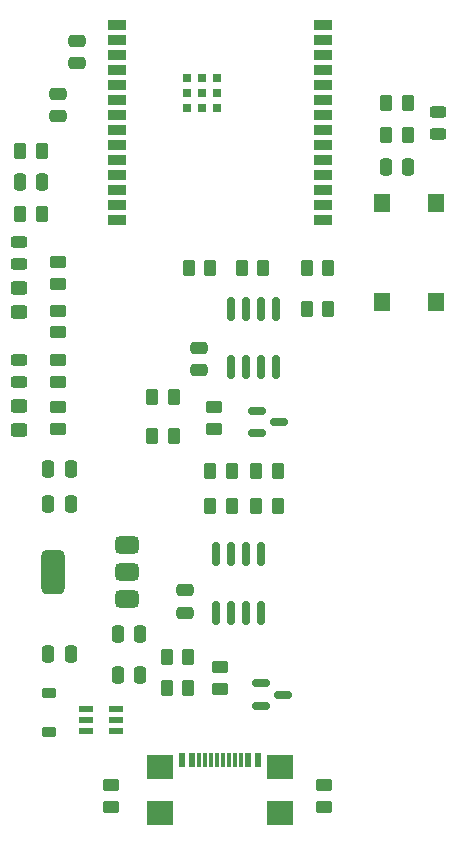
<source format=gtp>
%TF.GenerationSoftware,KiCad,Pcbnew,9.0.4*%
%TF.CreationDate,2025-10-04T23:27:53+02:00*%
%TF.ProjectId,zVMC_PCB,7a564d43-5f50-4434-922e-6b696361645f,rev?*%
%TF.SameCoordinates,Original*%
%TF.FileFunction,Paste,Top*%
%TF.FilePolarity,Positive*%
%FSLAX46Y46*%
G04 Gerber Fmt 4.6, Leading zero omitted, Abs format (unit mm)*
G04 Created by KiCad (PCBNEW 9.0.4) date 2025-10-04 23:27:53*
%MOMM*%
%LPD*%
G01*
G04 APERTURE LIST*
G04 Aperture macros list*
%AMRoundRect*
0 Rectangle with rounded corners*
0 $1 Rounding radius*
0 $2 $3 $4 $5 $6 $7 $8 $9 X,Y pos of 4 corners*
0 Add a 4 corners polygon primitive as box body*
4,1,4,$2,$3,$4,$5,$6,$7,$8,$9,$2,$3,0*
0 Add four circle primitives for the rounded corners*
1,1,$1+$1,$2,$3*
1,1,$1+$1,$4,$5*
1,1,$1+$1,$6,$7*
1,1,$1+$1,$8,$9*
0 Add four rect primitives between the rounded corners*
20,1,$1+$1,$2,$3,$4,$5,0*
20,1,$1+$1,$4,$5,$6,$7,0*
20,1,$1+$1,$6,$7,$8,$9,0*
20,1,$1+$1,$8,$9,$2,$3,0*%
G04 Aperture macros list end*
%ADD10RoundRect,0.250000X-0.250000X-0.475000X0.250000X-0.475000X0.250000X0.475000X-0.250000X0.475000X0*%
%ADD11RoundRect,0.250000X-0.262500X-0.450000X0.262500X-0.450000X0.262500X0.450000X-0.262500X0.450000X0*%
%ADD12RoundRect,0.250000X0.262500X0.450000X-0.262500X0.450000X-0.262500X-0.450000X0.262500X-0.450000X0*%
%ADD13RoundRect,0.243750X0.456250X-0.243750X0.456250X0.243750X-0.456250X0.243750X-0.456250X-0.243750X0*%
%ADD14R,1.400000X1.600000*%
%ADD15RoundRect,0.150000X-0.150000X0.825000X-0.150000X-0.825000X0.150000X-0.825000X0.150000X0.825000X0*%
%ADD16RoundRect,0.250000X0.250000X0.475000X-0.250000X0.475000X-0.250000X-0.475000X0.250000X-0.475000X0*%
%ADD17RoundRect,0.250000X-0.475000X0.250000X-0.475000X-0.250000X0.475000X-0.250000X0.475000X0.250000X0*%
%ADD18RoundRect,0.150000X-0.587500X-0.150000X0.587500X-0.150000X0.587500X0.150000X-0.587500X0.150000X0*%
%ADD19RoundRect,0.250000X0.450000X-0.325000X0.450000X0.325000X-0.450000X0.325000X-0.450000X-0.325000X0*%
%ADD20RoundRect,0.250000X0.450000X-0.262500X0.450000X0.262500X-0.450000X0.262500X-0.450000X-0.262500X0*%
%ADD21R,1.250000X0.500000*%
%ADD22RoundRect,0.250000X-0.450000X0.262500X-0.450000X-0.262500X0.450000X-0.262500X0.450000X0.262500X0*%
%ADD23RoundRect,0.225000X-0.375000X0.225000X-0.375000X-0.225000X0.375000X-0.225000X0.375000X0.225000X0*%
%ADD24RoundRect,0.375000X0.625000X0.375000X-0.625000X0.375000X-0.625000X-0.375000X0.625000X-0.375000X0*%
%ADD25RoundRect,0.500000X0.500000X1.400000X-0.500000X1.400000X-0.500000X-1.400000X0.500000X-1.400000X0*%
%ADD26R,0.600000X1.150000*%
%ADD27R,0.300000X1.150000*%
%ADD28R,2.180000X2.000000*%
%ADD29R,1.500000X0.900000*%
%ADD30R,0.800000X0.800000*%
G04 APERTURE END LIST*
D10*
%TO.C,C14*%
X71350000Y-163300000D03*
X73250000Y-163300000D03*
%TD*%
%TO.C,C15*%
X94050000Y-123700000D03*
X95950000Y-123700000D03*
%TD*%
D11*
%TO.C,R7*%
X87337500Y-132250000D03*
X89162500Y-132250000D03*
%TD*%
D12*
%TO.C,R20*%
X81012500Y-152400000D03*
X79187500Y-152400000D03*
%TD*%
D11*
%TO.C,R1*%
X74287500Y-143200000D03*
X76112500Y-143200000D03*
%TD*%
D13*
%TO.C,D7*%
X98500000Y-120937500D03*
X98500000Y-119062500D03*
%TD*%
D14*
%TO.C,S1*%
X93750000Y-135200000D03*
X98250000Y-135200000D03*
X93750000Y-126800000D03*
X98250000Y-126800000D03*
%TD*%
D12*
%TO.C,R14*%
X95912500Y-121000000D03*
X94087500Y-121000000D03*
%TD*%
D15*
%TO.C,U1*%
X84705000Y-135725000D03*
X83435000Y-135725000D03*
X82165000Y-135725000D03*
X80895000Y-135725000D03*
X80895000Y-140675000D03*
X82165000Y-140675000D03*
X83435000Y-140675000D03*
X84705000Y-140675000D03*
%TD*%
D16*
%TO.C,C7*%
X67350000Y-165000000D03*
X65450000Y-165000000D03*
%TD*%
D17*
%TO.C,C2*%
X77000000Y-159550000D03*
X77000000Y-161450000D03*
%TD*%
D18*
%TO.C,D1*%
X83162500Y-144350000D03*
X83162500Y-146250000D03*
X85037500Y-145300000D03*
%TD*%
D19*
%TO.C,D4*%
X63000000Y-136025000D03*
X63000000Y-133975000D03*
%TD*%
D11*
%TO.C,R19*%
X94087500Y-118300000D03*
X95912500Y-118300000D03*
%TD*%
D17*
%TO.C,C8*%
X66300000Y-117550000D03*
X66300000Y-119450000D03*
%TD*%
D11*
%TO.C,R22*%
X75487500Y-165200000D03*
X77312500Y-165200000D03*
%TD*%
D16*
%TO.C,C11*%
X67350000Y-149300000D03*
X65450000Y-149300000D03*
%TD*%
D20*
%TO.C,R12*%
X66300000Y-141925000D03*
X66300000Y-140100000D03*
%TD*%
D10*
%TO.C,C13*%
X71350000Y-166700000D03*
X73250000Y-166700000D03*
%TD*%
D13*
%TO.C,D2*%
X63000000Y-141937500D03*
X63000000Y-140062500D03*
%TD*%
D21*
%TO.C,D5*%
X71200000Y-171500000D03*
X71200000Y-170550000D03*
X71200000Y-169600000D03*
X68700000Y-169600000D03*
X68700000Y-170550000D03*
X68700000Y-171500000D03*
%TD*%
D12*
%TO.C,R8*%
X79162500Y-132250000D03*
X77337500Y-132250000D03*
%TD*%
D22*
%TO.C,R24*%
X80000000Y-166087500D03*
X80000000Y-167912500D03*
%TD*%
D12*
%TO.C,R18*%
X64912500Y-127700000D03*
X63087500Y-127700000D03*
%TD*%
D18*
%TO.C,D9*%
X83462500Y-167450000D03*
X83462500Y-169350000D03*
X85337500Y-168400000D03*
%TD*%
D23*
%TO.C,D3*%
X65500000Y-168250000D03*
X65500000Y-171550000D03*
%TD*%
D11*
%TO.C,R9*%
X87337500Y-135750000D03*
X89162500Y-135750000D03*
%TD*%
D16*
%TO.C,C12*%
X67350000Y-152300000D03*
X65450000Y-152300000D03*
%TD*%
D11*
%TO.C,R10*%
X83087500Y-152400000D03*
X84912500Y-152400000D03*
%TD*%
D13*
%TO.C,D6*%
X63000000Y-131937500D03*
X63000000Y-130062500D03*
%TD*%
D17*
%TO.C,C1*%
X78250000Y-139050000D03*
X78250000Y-140950000D03*
%TD*%
D11*
%TO.C,R21*%
X79187500Y-149500000D03*
X81012500Y-149500000D03*
%TD*%
D16*
%TO.C,C10*%
X64950000Y-125000000D03*
X63050000Y-125000000D03*
%TD*%
D19*
%TO.C,D8*%
X63000000Y-146025000D03*
X63000000Y-143975000D03*
%TD*%
D15*
%TO.C,U2*%
X83505000Y-156525000D03*
X82235000Y-156525000D03*
X80965000Y-156525000D03*
X79695000Y-156525000D03*
X79695000Y-161475000D03*
X80965000Y-161475000D03*
X82235000Y-161475000D03*
X83505000Y-161475000D03*
%TD*%
D24*
%TO.C,U5*%
X72150000Y-160300000D03*
X72150000Y-158000000D03*
D25*
X65850000Y-158000000D03*
D24*
X72150000Y-155700000D03*
%TD*%
D20*
%TO.C,R13*%
X66300000Y-145912500D03*
X66300000Y-144087500D03*
%TD*%
D12*
%TO.C,R6*%
X83662500Y-132250000D03*
X81837500Y-132250000D03*
%TD*%
%TO.C,R2*%
X76112500Y-146500000D03*
X74287500Y-146500000D03*
%TD*%
D11*
%TO.C,R11*%
X83087500Y-149500000D03*
X84912500Y-149500000D03*
%TD*%
D12*
%TO.C,R23*%
X77312500Y-167800000D03*
X75487500Y-167800000D03*
%TD*%
D26*
%TO.C,J5*%
X76800000Y-173925000D03*
X77600000Y-173925000D03*
D27*
X78750000Y-173925000D03*
X79750000Y-173925000D03*
X80250000Y-173925000D03*
X81250000Y-173925000D03*
D26*
X83200000Y-173925000D03*
X82400000Y-173925000D03*
D27*
X81750000Y-173925000D03*
X80750000Y-173925000D03*
X79250000Y-173925000D03*
X78250000Y-173925000D03*
D28*
X74890000Y-174500000D03*
X85110000Y-174500000D03*
X74890000Y-178430000D03*
X85110000Y-178430000D03*
%TD*%
D20*
%TO.C,R16*%
X70800000Y-177912500D03*
X70800000Y-176087500D03*
%TD*%
%TO.C,R5*%
X66300000Y-133612500D03*
X66300000Y-131787500D03*
%TD*%
D29*
%TO.C,U4*%
X71250000Y-111740000D03*
X71250000Y-113010000D03*
X71250000Y-114280000D03*
X71250000Y-115550000D03*
X71250000Y-116820000D03*
X71250000Y-118090000D03*
X71250000Y-119360000D03*
X71250000Y-120630000D03*
X71250000Y-121900000D03*
X71250000Y-123170000D03*
X71250000Y-124440000D03*
X71250000Y-125710000D03*
X71250000Y-126980000D03*
X71250000Y-128250000D03*
X88750000Y-128250000D03*
X88750000Y-126980000D03*
X88750000Y-125710000D03*
X88750000Y-124440000D03*
X88750000Y-123170000D03*
X88750000Y-121900000D03*
X88750000Y-120630000D03*
X88750000Y-119360000D03*
X88750000Y-118090000D03*
X88750000Y-116820000D03*
X88750000Y-115550000D03*
X88750000Y-114280000D03*
X88750000Y-113010000D03*
X88750000Y-111740000D03*
D30*
X77245000Y-116210000D03*
X77245000Y-117460000D03*
X77245000Y-118710000D03*
X78495000Y-116210000D03*
X78495000Y-117460000D03*
X78495000Y-118710000D03*
X79745000Y-116210000D03*
X79745000Y-117460000D03*
X79745000Y-118710000D03*
%TD*%
D20*
%TO.C,R15*%
X88800000Y-177912500D03*
X88800000Y-176087500D03*
%TD*%
D17*
%TO.C,C9*%
X67900000Y-113050000D03*
X67900000Y-114950000D03*
%TD*%
D22*
%TO.C,R4*%
X66300000Y-135887500D03*
X66300000Y-137712500D03*
%TD*%
D12*
%TO.C,R17*%
X64912500Y-122400000D03*
X63087500Y-122400000D03*
%TD*%
D22*
%TO.C,R3*%
X79500000Y-144087500D03*
X79500000Y-145912500D03*
%TD*%
M02*

</source>
